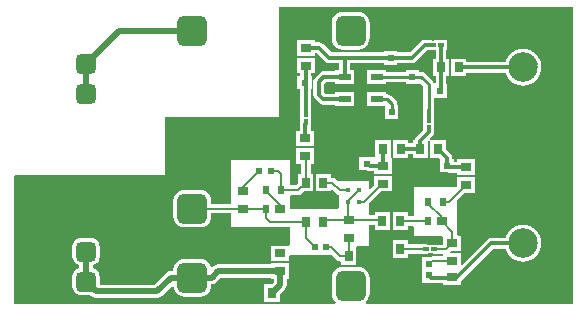
<source format=gtl>
%FSLAX44Y44*%
%MOMM*%
G71*
G01*
G75*
G04 Layer_Physical_Order=1*
G04 Layer_Color=255*
%ADD10R,0.5000X0.6000*%
%ADD11R,0.7000X0.9000*%
%ADD12R,1.0500X0.6000*%
%ADD13R,0.3000X0.5000*%
%ADD14R,0.5000X0.3000*%
%ADD15R,0.9000X0.7000*%
%ADD16R,0.6000X0.5000*%
%ADD17R,0.4500X0.3500*%
%ADD18R,0.6000X0.8000*%
%ADD19R,0.9000X0.8000*%
%ADD20C,0.5000*%
%ADD21C,0.2000*%
%ADD22C,0.3000*%
%ADD23C,0.1500*%
%ADD24C,0.2500*%
G04:AMPARAMS|DCode=25|XSize=1.7mm|YSize=1.7mm|CornerRadius=0.425mm|HoleSize=0mm|Usage=FLASHONLY|Rotation=270.000|XOffset=0mm|YOffset=0mm|HoleType=Round|Shape=RoundedRectangle|*
%AMROUNDEDRECTD25*
21,1,1.7000,0.8500,0,0,270.0*
21,1,0.8500,1.7000,0,0,270.0*
1,1,0.8500,-0.4250,-0.4250*
1,1,0.8500,-0.4250,0.4250*
1,1,0.8500,0.4250,0.4250*
1,1,0.8500,0.4250,-0.4250*
%
%ADD25ROUNDEDRECTD25*%
G04:AMPARAMS|DCode=26|XSize=2.6mm|YSize=2.6mm|CornerRadius=0.65mm|HoleSize=0mm|Usage=FLASHONLY|Rotation=270.000|XOffset=0mm|YOffset=0mm|HoleType=Round|Shape=RoundedRectangle|*
%AMROUNDEDRECTD26*
21,1,2.6000,1.3000,0,0,270.0*
21,1,1.3000,2.6000,0,0,270.0*
1,1,1.3000,-0.6500,-0.6500*
1,1,1.3000,-0.6500,0.6500*
1,1,1.3000,0.6500,0.6500*
1,1,1.3000,0.6500,-0.6500*
%
%ADD26ROUNDEDRECTD26*%
%ADD27C,2.6000*%
%ADD28C,2.5000*%
%ADD29C,0.4000*%
%ADD30C,0.5000*%
G36*
X473000Y274000D02*
X473000Y23898D01*
X472102Y23000D01*
X298114D01*
X297683Y24270D01*
X298276Y24725D01*
X299799Y26709D01*
X300756Y29020D01*
X301082Y31500D01*
Y44500D01*
X300756Y46980D01*
X299799Y49291D01*
X298276Y51276D01*
X296291Y52799D01*
X293980Y53756D01*
X291500Y54082D01*
X278500D01*
X276020Y53756D01*
X273709Y52799D01*
X271725Y51276D01*
X270202Y49291D01*
X269245Y46980D01*
X268918Y44500D01*
Y31500D01*
X269245Y29020D01*
X270202Y26709D01*
X271725Y24725D01*
X272317Y24270D01*
X271886Y23000D01*
X0Y23000D01*
X0Y131102D01*
X898Y132000D01*
X56729D01*
X56750Y131999D01*
X65250D01*
X65272Y132000D01*
X127999D01*
X128001Y181000D01*
X142635D01*
X144500Y180895D01*
X157500D01*
X159366Y181000D01*
X224077D01*
X224077Y246999D01*
X224105Y247500D01*
Y260500D01*
X224077Y261000D01*
Y274000D01*
X225347Y274000D01*
X473000Y274000D01*
D02*
G37*
%LPC*%
G36*
X254500Y231000D02*
X239500D01*
Y218000D01*
X242412D01*
Y217000D01*
X242412Y217000D01*
Y215500D01*
X240000D01*
Y204500D01*
X242412D01*
Y183500D01*
X242500Y183057D01*
Y178000D01*
X242500Y178000D01*
X242500D01*
X242268Y176767D01*
X242261Y176756D01*
X241912Y175000D01*
Y169500D01*
X239000D01*
Y156500D01*
X254000D01*
Y169500D01*
X251088D01*
Y173519D01*
X251239Y173744D01*
X251588Y175500D01*
X251344Y176730D01*
X251500Y178000D01*
X251500D01*
X251500Y178000D01*
Y183057D01*
X251588Y183500D01*
Y204500D01*
X252000D01*
Y215500D01*
X251588D01*
Y217000D01*
Y218000D01*
X254500D01*
Y231000D01*
D02*
G37*
G36*
X254000Y154500D02*
X239000D01*
Y141500D01*
X242922D01*
Y133000D01*
X240500D01*
Y124768D01*
X238811Y123079D01*
X233500D01*
Y144500D01*
X183500D01*
X183500Y108477D01*
X182602Y107579D01*
X167082D01*
Y110000D01*
X166756Y112480D01*
X165798Y114791D01*
X164276Y116776D01*
X162291Y118299D01*
X159980Y119256D01*
X157500Y119582D01*
X144500D01*
X142020Y119256D01*
X139709Y118299D01*
X137725Y116776D01*
X136202Y114791D01*
X135245Y112480D01*
X134918Y110000D01*
Y97000D01*
X135245Y94520D01*
X136202Y92209D01*
X137725Y90225D01*
X139709Y88702D01*
X142020Y87745D01*
X144500Y87418D01*
X157500D01*
X159980Y87745D01*
X162291Y88702D01*
X164276Y90225D01*
X165798Y92209D01*
X166756Y94520D01*
X167082Y97000D01*
Y99422D01*
X183500D01*
Y87500D01*
X233500D01*
X233500Y86230D01*
Y73063D01*
X233000Y72000D01*
X232230Y72000D01*
X218000D01*
Y59000D01*
X233000D01*
Y63437D01*
X233500Y64500D01*
X234270Y64500D01*
X268733D01*
X273116Y60117D01*
X273116Y60117D01*
X274440Y59232D01*
X274699Y59181D01*
X276000Y58922D01*
X277000Y58179D01*
Y55500D01*
X290000D01*
Y70500D01*
X290652Y71500D01*
X300500D01*
Y89422D01*
X305500D01*
Y85500D01*
X318500D01*
Y100500D01*
X305500D01*
Y97579D01*
X300500D01*
Y107632D01*
X310868Y118000D01*
X320000D01*
Y131000D01*
X305000D01*
Y123667D01*
X301674Y120341D01*
X300500Y120827D01*
Y126500D01*
X275500D01*
X275500Y126500D01*
Y126500D01*
X274302Y126466D01*
X272384Y128384D01*
X271061Y129268D01*
X270802Y129320D01*
X269500Y129579D01*
X268500Y130322D01*
Y133000D01*
X255500D01*
Y118000D01*
X268500D01*
Y119073D01*
X269674Y119559D01*
X273118Y116115D01*
X273118Y116115D01*
X274441Y115231D01*
X275500Y115020D01*
Y104398D01*
X274602Y103500D01*
X233500D01*
X233500Y104770D01*
Y114024D01*
X234398Y114922D01*
X240500D01*
X240500Y114922D01*
X241802Y115181D01*
X242061Y115232D01*
X243384Y116117D01*
X245268Y118000D01*
X253500D01*
Y133000D01*
X251079D01*
Y141500D01*
X254000D01*
Y154500D01*
D02*
G37*
G36*
X65250Y78563D02*
X56750D01*
X54858Y78313D01*
X53094Y77583D01*
X51579Y76421D01*
X50417Y74906D01*
X49687Y73143D01*
X49438Y71250D01*
Y62750D01*
X49687Y60858D01*
X50417Y59094D01*
X51579Y57579D01*
X53094Y56417D01*
X54858Y55687D01*
X55392Y55616D01*
Y52984D01*
X54858Y52913D01*
X53094Y52183D01*
X51579Y51021D01*
X50417Y49506D01*
X49687Y47743D01*
X49438Y45850D01*
Y37350D01*
X49687Y35457D01*
X50417Y33694D01*
X51579Y32179D01*
X53094Y31017D01*
X54858Y30287D01*
X56750Y30038D01*
X64632D01*
X65135Y29535D01*
X66954Y28319D01*
X69100Y27893D01*
X121107D01*
X123253Y28319D01*
X125072Y29535D01*
X133684Y38147D01*
X135025Y37692D01*
X135245Y36020D01*
X136202Y33709D01*
X137725Y31725D01*
X139709Y30202D01*
X142020Y29245D01*
X144500Y28918D01*
X157500D01*
X159980Y29245D01*
X162291Y30202D01*
X164276Y31725D01*
X165798Y33709D01*
X166756Y36020D01*
X167082Y38500D01*
Y39393D01*
X167300D01*
X169446Y39819D01*
X171266Y41035D01*
X175123Y44893D01*
X218000D01*
Y44000D01*
X219893D01*
Y41323D01*
X218070Y39500D01*
X212000D01*
Y24500D01*
X225000D01*
Y30570D01*
X229466Y35035D01*
X230681Y36854D01*
X231108Y39000D01*
Y44000D01*
X233000D01*
Y57000D01*
X218000D01*
Y56108D01*
X172800D01*
X170654Y55681D01*
X168835Y54466D01*
X167946Y53576D01*
X167739Y53647D01*
X166696Y54123D01*
X165798Y56291D01*
X164276Y58276D01*
X162291Y59798D01*
X159980Y60756D01*
X157500Y61082D01*
X144500D01*
X142020Y60756D01*
X139709Y59798D01*
X137725Y58276D01*
X136202Y56291D01*
X135245Y53980D01*
X134918Y51500D01*
Y50608D01*
X132607D01*
X130461Y50181D01*
X128642Y48966D01*
X118784Y39108D01*
X72563D01*
Y45850D01*
X72313Y47743D01*
X71583Y49506D01*
X70421Y51021D01*
X68906Y52183D01*
X67143Y52913D01*
X66608Y52984D01*
Y55616D01*
X67143Y55687D01*
X68906Y56417D01*
X70421Y57579D01*
X71583Y59094D01*
X72313Y60858D01*
X72563Y62750D01*
Y71250D01*
X72313Y73143D01*
X71583Y74906D01*
X70421Y76421D01*
X68906Y77583D01*
X67143Y78313D01*
X65250Y78563D01*
D02*
G37*
G36*
X390000Y130000D02*
X375000D01*
Y121768D01*
X374733Y121500D01*
X338500Y121500D01*
X338500Y97079D01*
X333500D01*
Y100500D01*
X320500D01*
Y85500D01*
X333500D01*
Y88922D01*
X337602D01*
X338500Y88024D01*
Y80500D01*
X362602Y80500D01*
X363500Y79602D01*
Y72824D01*
X356000D01*
X354537Y72533D01*
X354489Y72500D01*
X350962D01*
X350561Y72768D01*
X349000Y73079D01*
X349000Y73079D01*
X333500D01*
Y76500D01*
X320500D01*
Y61500D01*
X333500D01*
Y64922D01*
X349000D01*
X349000Y64922D01*
X350302Y65181D01*
X350561Y65232D01*
X350962Y65500D01*
X354489D01*
X354537Y65468D01*
X356000Y65177D01*
X363500D01*
Y62924D01*
X353600D01*
X352980Y62800D01*
X345800D01*
Y50800D01*
Y40800D01*
X351286D01*
X351344Y40761D01*
X353100Y40412D01*
X363500D01*
Y38700D01*
X378500D01*
Y41865D01*
X378637Y41956D01*
X406093Y69412D01*
X416194D01*
X416611Y68040D01*
X418050Y65347D01*
X419987Y62987D01*
X422347Y61050D01*
X425040Y59611D01*
X427962Y58724D01*
X431000Y58425D01*
X434039Y58724D01*
X436960Y59611D01*
X439653Y61050D01*
X442013Y62987D01*
X443950Y65347D01*
X445390Y68040D01*
X446276Y70962D01*
X446575Y74000D01*
X446276Y77039D01*
X445390Y79960D01*
X443950Y82653D01*
X442013Y85013D01*
X439653Y86950D01*
X436960Y88390D01*
X434039Y89276D01*
X431000Y89575D01*
X427962Y89276D01*
X425040Y88390D01*
X422347Y86950D01*
X419987Y85013D01*
X418050Y82653D01*
X416611Y79960D01*
X416194Y78588D01*
X404193D01*
X402437Y78239D01*
X400948Y77244D01*
X379674Y55970D01*
X378500Y56456D01*
Y65600D01*
X369943D01*
X369437Y66760D01*
X370107Y67600D01*
X378500D01*
Y80600D01*
X376398D01*
X375500Y81498D01*
X375500Y110732D01*
X381768Y117000D01*
X390000D01*
Y130000D01*
D02*
G37*
G36*
X352000Y246588D02*
X348000D01*
X346244Y246239D01*
X344756Y245244D01*
X335100Y235588D01*
X324500D01*
Y237000D01*
X313500D01*
Y235588D01*
X268901D01*
X261744Y242744D01*
X260256Y243739D01*
X258500Y244088D01*
X254500D01*
Y246000D01*
X239500D01*
Y233000D01*
X254500D01*
Y234912D01*
X256600D01*
X263756Y227756D01*
X265244Y226761D01*
X267000Y226412D01*
X275412D01*
Y221000D01*
X271750D01*
Y219588D01*
X262000D01*
X260244Y219239D01*
X258756Y218244D01*
X254756Y214244D01*
X253761Y212756D01*
X253412Y211000D01*
Y200000D01*
X253761Y198244D01*
X254756Y196756D01*
X258756Y192756D01*
X260244Y191761D01*
X262000Y191412D01*
X271750D01*
Y190000D01*
X288250D01*
Y202000D01*
X271750D01*
Y200588D01*
X263901D01*
X262588Y201901D01*
Y209100D01*
X263901Y210412D01*
X271750D01*
Y209000D01*
X288250D01*
Y221000D01*
X284588D01*
Y226412D01*
X313500D01*
Y225000D01*
X324500D01*
Y226412D01*
X337000D01*
X338756Y226761D01*
X340244Y227756D01*
X349901Y237412D01*
X352000D01*
X353756Y237761D01*
X354730Y238412D01*
X356000Y237775D01*
Y237500D01*
X356912D01*
Y230500D01*
X355000D01*
Y215500D01*
X356912D01*
Y210142D01*
X356558Y209824D01*
X355307Y210071D01*
X355092Y210214D01*
X355004Y210658D01*
X354627Y211222D01*
X354064Y212064D01*
X348064Y218064D01*
X346658Y219004D01*
X345000Y219333D01*
X342500D01*
Y221000D01*
X331500D01*
Y219333D01*
X315250D01*
Y221000D01*
X298750D01*
Y209000D01*
X315250D01*
Y210667D01*
X331500D01*
Y209000D01*
X342500D01*
Y209576D01*
X343770Y210102D01*
X346667Y207205D01*
Y188282D01*
X346412Y187000D01*
Y178500D01*
X346500Y178057D01*
Y173000D01*
X346500Y173000D01*
X346657Y171730D01*
X346412Y170500D01*
Y169901D01*
X340756Y164244D01*
X339761Y162756D01*
X339511Y161500D01*
X337500D01*
Y158588D01*
X334000D01*
Y161500D01*
X321000D01*
Y147672D01*
X321000Y147618D01*
Y147618D01*
X320980Y147469D01*
X320828Y146915D01*
X320717Y146722D01*
X319912Y146371D01*
X319000Y147034D01*
Y161500D01*
X306000D01*
Y146840D01*
X304730Y146540D01*
X304500Y147000D01*
Y147000D01*
X292500D01*
Y136000D01*
X298639D01*
X299744Y135261D01*
X301500Y134912D01*
X305000D01*
Y133000D01*
X320000D01*
Y144842D01*
Y144882D01*
X320013Y144977D01*
Y144976D01*
X320045Y145219D01*
X320244Y145701D01*
X320422Y146031D01*
X320588Y146231D01*
X320651Y146273D01*
X320955Y146376D01*
X321030Y146402D01*
X321647Y146488D01*
X321801Y146500D01*
X322133Y146500D01*
X322222D01*
X334000D01*
Y149412D01*
X337500D01*
Y146500D01*
X350500D01*
Y161012D01*
X351401Y161912D01*
X352110Y161463D01*
X352193Y161410D01*
X352304Y161340D01*
X352424Y161264D01*
X352500Y161215D01*
Y161197D01*
Y161002D01*
X352500Y160348D01*
Y160266D01*
Y160266D01*
Y146500D01*
X359922D01*
X360169Y146196D01*
X360500Y145000D01*
X360500D01*
X360500Y145000D01*
Y134000D01*
X367057D01*
X367500Y133912D01*
X375000D01*
Y132000D01*
X390000D01*
Y145000D01*
X375000D01*
Y143088D01*
X372500D01*
Y145000D01*
X371088D01*
Y146500D01*
X370739Y148256D01*
X369745Y149745D01*
X365500Y153989D01*
Y161500D01*
X353735D01*
X353735D01*
X353652Y161500D01*
X352998Y161500D01*
X352804D01*
X352785D01*
X352737Y161577D01*
X352660Y161697D01*
X352591Y161807D01*
X352538Y161890D01*
X352088Y162600D01*
X354244Y164756D01*
X355239Y166244D01*
X355588Y168000D01*
Y170500D01*
X355344Y171730D01*
X355500Y173000D01*
X355500D01*
X355500Y173000D01*
Y178057D01*
X355588Y178500D01*
Y187000D01*
X355333Y188282D01*
Y195799D01*
X355500Y197000D01*
X356603Y197000D01*
X366500D01*
Y209000D01*
X366088D01*
Y215500D01*
X368000D01*
Y230500D01*
X366088D01*
Y237500D01*
X367000D01*
Y246500D01*
X361943D01*
X361500Y246588D01*
X361057Y246500D01*
X356000D01*
Y246225D01*
X354730Y245588D01*
X353756Y246239D01*
X352000Y246588D01*
D02*
G37*
G36*
X291500Y270082D02*
X278500D01*
X276020Y269756D01*
X273709Y268798D01*
X271725Y267276D01*
X270202Y265291D01*
X269245Y262980D01*
X268918Y260500D01*
Y247500D01*
X269245Y245020D01*
X270202Y242709D01*
X271725Y240725D01*
X273709Y239202D01*
X276020Y238245D01*
X278500Y237918D01*
X291500D01*
X293980Y238245D01*
X296291Y239202D01*
X298276Y240725D01*
X299798Y242709D01*
X300756Y245020D01*
X301082Y247500D01*
Y260500D01*
X300756Y262980D01*
X299798Y265291D01*
X298276Y267276D01*
X296291Y268798D01*
X293980Y269756D01*
X291500Y270082D01*
D02*
G37*
G36*
X315250Y202000D02*
X298750D01*
Y190000D01*
X314500D01*
Y179000D01*
X325500D01*
Y191000D01*
X324333D01*
Y192000D01*
X324003Y193658D01*
X323064Y195064D01*
X319064Y199064D01*
X317658Y200004D01*
X316000Y200333D01*
X315250D01*
Y202000D01*
D02*
G37*
G36*
X431000Y238575D02*
X427962Y238276D01*
X425040Y237390D01*
X422347Y235950D01*
X419987Y234013D01*
X418050Y231653D01*
X416611Y228960D01*
X416194Y227588D01*
X383000D01*
Y230500D01*
X370000D01*
Y215500D01*
X383000D01*
Y218412D01*
X416194D01*
X416611Y217040D01*
X418050Y214347D01*
X419987Y211987D01*
X422347Y210050D01*
X425040Y208611D01*
X427962Y207724D01*
X431000Y207425D01*
X434039Y207724D01*
X436960Y208611D01*
X439653Y210050D01*
X442013Y211987D01*
X443950Y214347D01*
X445390Y217040D01*
X446276Y219962D01*
X446575Y223000D01*
X446382Y224962D01*
X446588Y226000D01*
X446239Y227756D01*
X445244Y229244D01*
X445230Y229259D01*
X443950Y231653D01*
X442013Y234013D01*
X439653Y235950D01*
X436960Y237390D01*
X434039Y238276D01*
X431000Y238575D01*
D02*
G37*
%LPD*%
D10*
X361000Y203000D02*
D03*
Y193000D02*
D03*
X319000Y231000D02*
D03*
Y241000D02*
D03*
X337000Y215000D02*
D03*
Y205000D02*
D03*
X320000Y185000D02*
D03*
Y175000D02*
D03*
X351300Y46800D02*
D03*
Y56800D02*
D03*
D11*
X376500Y223000D02*
D03*
X361500D02*
D03*
X247000Y92000D02*
D03*
X262000D02*
D03*
X312000Y93000D02*
D03*
X327000D02*
D03*
X247000Y125500D02*
D03*
X262000D02*
D03*
X218500Y32000D02*
D03*
X203500D02*
D03*
X344000Y154000D02*
D03*
X359000D02*
D03*
X327500Y154000D02*
D03*
X312500D02*
D03*
X312000Y69000D02*
D03*
X327000D02*
D03*
X283500Y63000D02*
D03*
X298500D02*
D03*
D12*
X280000Y196000D02*
D03*
Y205500D02*
D03*
Y215000D02*
D03*
X307000Y196000D02*
D03*
Y215000D02*
D03*
D13*
X247000Y176500D02*
D03*
Y183500D02*
D03*
X351000Y178500D02*
D03*
Y171500D02*
D03*
D14*
X354500Y242000D02*
D03*
X361500D02*
D03*
X356000Y69000D02*
D03*
X349000D02*
D03*
D15*
X247000Y239500D02*
D03*
Y224500D02*
D03*
X246500Y148000D02*
D03*
Y163000D02*
D03*
X225500Y65500D02*
D03*
Y50500D02*
D03*
X193500Y103500D02*
D03*
Y118500D02*
D03*
X283500Y93500D02*
D03*
Y78500D02*
D03*
X371000Y30200D02*
D03*
Y45200D02*
D03*
Y59100D02*
D03*
Y74100D02*
D03*
X312500Y139500D02*
D03*
Y124500D02*
D03*
X382500Y123500D02*
D03*
Y138500D02*
D03*
D16*
X246000Y210000D02*
D03*
X236000D02*
D03*
X217500Y135500D02*
D03*
X207500D02*
D03*
X264500Y71000D02*
D03*
X254500D02*
D03*
X366500Y139500D02*
D03*
X356500D02*
D03*
X298500Y141500D02*
D03*
X288500D02*
D03*
D17*
X283000Y118999D02*
D03*
Y108999D02*
D03*
X292000D02*
D03*
Y118999D02*
D03*
D18*
X213500Y103000D02*
D03*
X226500Y119000D02*
D03*
X213500D02*
D03*
X350500Y93000D02*
D03*
X363500Y109000D02*
D03*
X350500D02*
D03*
D19*
X225000Y103000D02*
D03*
X362000Y93000D02*
D03*
D20*
X89000Y254000D02*
X151000D01*
X61000Y226000D02*
X89000Y254000D01*
X61000Y200600D02*
Y226000D01*
X218500Y32000D02*
X225500Y39000D01*
Y50500D01*
X172800D02*
X225500D01*
X151000Y45000D02*
X167300D01*
X172800Y50500D01*
X69100Y33500D02*
X121107D01*
X132607Y45000D02*
X151000D01*
X121107Y33500D02*
X132607Y45000D01*
X61000Y41600D02*
X69100Y33500D01*
X61000Y41600D02*
Y67000D01*
D21*
X361000Y183000D02*
Y193000D01*
X193500Y121500D02*
X207500Y135500D01*
X193500Y118500D02*
Y121500D01*
X268000Y71000D02*
X276000Y63000D01*
X283500D02*
Y78500D01*
X276000Y63000D02*
X283500D01*
X246500Y148000D02*
X247000Y147500D01*
Y125500D02*
Y147500D01*
X193500Y103500D02*
X213000D01*
X213500Y103000D01*
Y95500D02*
Y103000D01*
Y95500D02*
X217000Y92000D01*
X247000D01*
Y78500D02*
Y92000D01*
Y78500D02*
X254500Y71000D01*
X264500D02*
X268000D01*
X262000Y92000D02*
X263500Y93500D01*
X311500D02*
X312000Y93000D01*
X263500Y93500D02*
X283500D01*
X311500D01*
X283000Y94000D02*
X283500Y93500D01*
X283000Y94000D02*
Y108999D01*
X262000Y125500D02*
X269500D01*
X276002Y118999D01*
X283000D01*
X327000Y69000D02*
X349000D01*
X349000Y69000D01*
X363500Y109000D02*
X368000D01*
X382500Y123500D01*
X327000Y93000D02*
X350500D01*
X350500Y93000D01*
X226500Y119000D02*
X240500D01*
X247000Y125500D01*
X213500Y117929D02*
Y119000D01*
Y117929D02*
X225000Y106429D01*
Y103000D02*
Y106429D01*
X283000Y108999D02*
Y109999D01*
X292000Y118999D01*
X226500Y119000D02*
Y132500D01*
X223500Y135500D02*
X226500Y132500D01*
X217500Y135500D02*
X223500D01*
X311601Y124500D02*
X312500D01*
X296099Y108999D02*
X311601Y124500D01*
X292000Y108999D02*
X296099D01*
X150500Y103500D02*
X151000D01*
X193500D01*
X320000Y175000D02*
X330000D01*
X337000Y182000D02*
Y205000D01*
X330000Y175000D02*
X333500Y178500D01*
X337000Y182000D01*
X270500Y205500D02*
X280000D01*
X319000Y241000D02*
Y242000D01*
D22*
X361000Y203000D02*
X361500Y203500D01*
Y220000D01*
X351000Y178500D02*
Y187000D01*
Y168000D02*
Y170500D01*
X344000Y161000D02*
X351000Y168000D01*
X344000Y154000D02*
Y161000D01*
X247000Y217000D02*
Y223500D01*
Y183500D02*
Y217000D01*
X247000Y217000D02*
X247000Y217000D01*
X247000Y217000D02*
Y224500D01*
X441000Y227000D02*
X442000Y226000D01*
X230000Y210000D02*
X236000D01*
X246500Y175000D02*
X247000Y175500D01*
X246500Y163000D02*
Y175000D01*
X366500Y139500D02*
Y146500D01*
X359000Y154000D02*
X366500Y146500D01*
X327500Y154000D02*
X344000D01*
X370800Y45000D02*
X371000Y45200D01*
X353100Y45000D02*
X370800D01*
X351300Y46800D02*
X353100Y45000D01*
X311500Y156000D02*
X312500Y155000D01*
X367000Y139000D02*
X367500Y138500D01*
X382500D01*
X301500Y139500D02*
X312500D01*
X299000Y142000D02*
X301500Y139500D01*
X312500D02*
Y155000D01*
X367000Y139000D02*
Y139500D01*
X262000Y215000D02*
X280000D01*
X258000Y211000D02*
X262000Y215000D01*
X258000Y200000D02*
Y211000D01*
Y200000D02*
X262000Y196000D01*
X280000D01*
X247000Y239500D02*
X258500D01*
X267000Y231000D01*
X280000Y215000D02*
Y231000D01*
X267000D02*
X280000D01*
X319000D01*
X337000D02*
X348000Y242000D01*
X352000D01*
X319000Y231000D02*
X337000D01*
X361500Y220000D02*
Y242000D01*
X376500Y223000D02*
X376500Y223000D01*
X431000D01*
X371000Y45200D02*
X375393D01*
X404193Y74000D01*
X431000D01*
D23*
X353600Y59100D02*
X371000D01*
X351300Y56800D02*
X353600Y59100D01*
X356000Y69000D02*
X365900D01*
X371000Y74100D01*
Y84000D01*
X362000Y93000D02*
X371000Y84000D01*
X350500Y107500D02*
Y109000D01*
Y107500D02*
X362000Y96000D01*
Y93000D02*
Y96000D01*
D24*
X307000Y215000D02*
X337000D01*
X307000Y215000D02*
X307000Y215000D01*
X337000D02*
X337000Y215000D01*
X345000D01*
X351000Y209000D01*
Y187000D02*
Y209000D01*
X307000Y196000D02*
X316000D01*
X320000Y192000D01*
Y185000D02*
Y192000D01*
D25*
X61000Y41600D02*
D03*
Y67000D02*
D03*
Y200600D02*
D03*
Y226000D02*
D03*
D26*
X151000Y103500D02*
D03*
Y254000D02*
D03*
X151000Y45000D02*
D03*
X285000Y254000D02*
D03*
X285000Y38000D02*
D03*
D27*
X456400Y197600D02*
D03*
X405600D02*
D03*
X456400Y248400D02*
D03*
X405600D02*
D03*
X456400Y48600D02*
D03*
X405600D02*
D03*
X456400Y99400D02*
D03*
X405600D02*
D03*
D28*
X431000Y223000D02*
D03*
Y74000D02*
D03*
D29*
X10000Y26000D02*
D03*
X17000D02*
D03*
X24000D02*
D03*
X31000D02*
D03*
X38000D02*
D03*
X45000D02*
D03*
X52000D02*
D03*
X59000D02*
D03*
X66000D02*
D03*
X73000D02*
D03*
X80000D02*
D03*
X9000Y90000D02*
D03*
X16000D02*
D03*
X23000D02*
D03*
X30000D02*
D03*
X37000D02*
D03*
X44000D02*
D03*
X51000D02*
D03*
X58000D02*
D03*
X65000D02*
D03*
X72000D02*
D03*
X79000D02*
D03*
X86000D02*
D03*
Y83000D02*
D03*
Y76000D02*
D03*
Y69000D02*
D03*
Y62000D02*
D03*
Y55000D02*
D03*
Y48000D02*
D03*
X87000Y26000D02*
D03*
X94000D02*
D03*
X86000Y41000D02*
D03*
X93000D02*
D03*
X371000Y30200D02*
D03*
X298500Y63000D02*
D03*
X165000Y121000D02*
D03*
X158000Y123000D02*
D03*
X151000D02*
D03*
X144000D02*
D03*
Y84000D02*
D03*
X151000D02*
D03*
X158000D02*
D03*
X166000Y87000D02*
D03*
X170000Y96000D02*
D03*
Y111000D02*
D03*
X141000Y25000D02*
D03*
X148000D02*
D03*
X155000D02*
D03*
X162000Y26000D02*
D03*
X168000Y30000D02*
D03*
X172000Y37000D02*
D03*
X177000Y42000D02*
D03*
X184000Y43000D02*
D03*
X140000Y65000D02*
D03*
X147000D02*
D03*
X154000D02*
D03*
X161000D02*
D03*
X168000Y62000D02*
D03*
X175000Y58000D02*
D03*
X182000D02*
D03*
X189000D02*
D03*
X203500Y32000D02*
D03*
X356500Y139500D02*
D03*
X225000Y103000D02*
D03*
X225500Y65500D02*
D03*
X311500Y68500D02*
D03*
X178000Y111000D02*
D03*
X178500Y96500D02*
D03*
X264500Y59500D02*
D03*
X268500Y136500D02*
D03*
X273500Y131500D02*
D03*
X178000Y118000D02*
D03*
Y125000D02*
D03*
X215000Y148000D02*
D03*
X222000D02*
D03*
X229000D02*
D03*
X235500Y145500D02*
D03*
X236500Y138500D02*
D03*
Y132500D02*
D03*
Y126500D02*
D03*
X178500Y89500D02*
D03*
X183500Y84500D02*
D03*
X190500D02*
D03*
X197500D02*
D03*
X204500D02*
D03*
X211500D02*
D03*
X196000Y58000D02*
D03*
X203000D02*
D03*
X210000D02*
D03*
X191000Y43000D02*
D03*
X199000D02*
D03*
X205000D02*
D03*
X212000D02*
D03*
X214500Y63500D02*
D03*
Y70500D02*
D03*
Y77500D02*
D03*
X236500Y43500D02*
D03*
Y51500D02*
D03*
Y59500D02*
D03*
X243500D02*
D03*
X250500D02*
D03*
X257500D02*
D03*
X271500Y57500D02*
D03*
X303500Y74500D02*
D03*
Y81500D02*
D03*
X310500D02*
D03*
X317500D02*
D03*
X324500D02*
D03*
X331500D02*
D03*
X337500Y76500D02*
D03*
X345500D02*
D03*
X353500D02*
D03*
X370500Y124500D02*
D03*
X363500D02*
D03*
X356500D02*
D03*
X349500D02*
D03*
X342500D02*
D03*
X335500D02*
D03*
Y117500D02*
D03*
Y110500D02*
D03*
Y103500D02*
D03*
X328500D02*
D03*
X321500D02*
D03*
X314500D02*
D03*
X307500D02*
D03*
Y110500D02*
D03*
X301500Y129500D02*
D03*
X294500D02*
D03*
X287500D02*
D03*
X280500D02*
D03*
X261500Y136500D02*
D03*
X254500D02*
D03*
X136000Y85000D02*
D03*
X137000Y121000D02*
D03*
X132000Y114000D02*
D03*
Y100000D02*
D03*
Y107000D02*
D03*
Y93000D02*
D03*
X445000Y170500D02*
D03*
X133000Y25000D02*
D03*
X125000Y26000D02*
D03*
X117000D02*
D03*
X109000D02*
D03*
X101000D02*
D03*
X126000Y63000D02*
D03*
Y56000D02*
D03*
X126000Y49000D02*
D03*
X121000Y44000D02*
D03*
X114000Y41000D02*
D03*
X107000D02*
D03*
X100000D02*
D03*
X379000Y110000D02*
D03*
Y103000D02*
D03*
Y96000D02*
D03*
Y89000D02*
D03*
X382000Y82000D02*
D03*
Y75000D02*
D03*
Y68000D02*
D03*
Y61000D02*
D03*
Y37000D02*
D03*
X340000Y62000D02*
D03*
Y55000D02*
D03*
Y48000D02*
D03*
Y41000D02*
D03*
Y34000D02*
D03*
X347000D02*
D03*
X354000D02*
D03*
X361000D02*
D03*
X178000Y132000D02*
D03*
Y139000D02*
D03*
Y148000D02*
D03*
X187000D02*
D03*
X194000D02*
D03*
X201000D02*
D03*
X208000D02*
D03*
X237000Y107000D02*
D03*
X133000Y65000D02*
D03*
D30*
X361000Y183000D02*
D03*
X230000Y210000D02*
D03*
X288500Y141500D02*
D03*
X333500Y178500D02*
D03*
X270500Y205500D02*
D03*
X319000Y242000D02*
D03*
M02*

</source>
